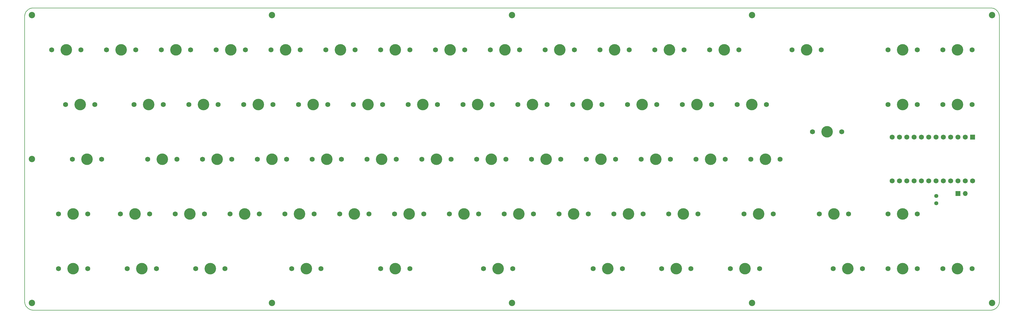
<source format=gts>
G04 #@! TF.GenerationSoftware,KiCad,Pcbnew,(6.0.2-0)*
G04 #@! TF.CreationDate,2022-03-14T13:33:38+01:00*
G04 #@! TF.ProjectId,lasercut,6c617365-7263-4757-942e-6b696361645f,rev?*
G04 #@! TF.SameCoordinates,Original*
G04 #@! TF.FileFunction,Soldermask,Top*
G04 #@! TF.FilePolarity,Negative*
%FSLAX46Y46*%
G04 Gerber Fmt 4.6, Leading zero omitted, Abs format (unit mm)*
G04 Created by KiCad (PCBNEW (6.0.2-0)) date 2022-03-14 13:33:38*
%MOMM*%
%LPD*%
G01*
G04 APERTURE LIST*
G04 #@! TA.AperFunction,Profile*
%ADD10C,0.200000*%
G04 #@! TD*
%ADD11C,1.400000*%
%ADD12R,1.700000X1.700000*%
%ADD13O,1.700000X1.700000*%
%ADD14C,1.750000*%
%ADD15C,4.000000*%
%ADD16C,2.200000*%
%ADD17C,1.752600*%
%ADD18R,1.752600X1.752600*%
G04 APERTURE END LIST*
D10*
X356581000Y-125053620D02*
X356354000Y-125117010D01*
X22805240Y-125190040D02*
X22570990Y-125163860D01*
X358646000Y-122435340D02*
X358617000Y-122669620D01*
X357015000Y-124873100D02*
X356802000Y-124970930D01*
X20050540Y-122435340D02*
X20039530Y-122199680D01*
X356354000Y-125117010D02*
X356122000Y-125163860D01*
X358571000Y-122899730D02*
X358506000Y-123127100D01*
X358617000Y-122669620D02*
X358571000Y-122899730D01*
X23040890Y-19947690D02*
X355654000Y-19949690D01*
X358327000Y-21587690D02*
X358426000Y-21799690D01*
X358506000Y-123127100D02*
X358426000Y-123348960D01*
X20123600Y-122899730D02*
X20076710Y-122669620D01*
X21891610Y-20177690D02*
X22113480Y-20095690D01*
X358617000Y-22479690D02*
X358646000Y-22713690D01*
X358327000Y-123561190D02*
X358212000Y-123767880D01*
X20040910Y-22949690D02*
X20050540Y-22713690D01*
X22339470Y-20031690D02*
X22570990Y-19984690D01*
X357221000Y-20391690D02*
X357416000Y-20520690D01*
X20483260Y-123767880D02*
X20367510Y-123561190D01*
X356802000Y-20177690D02*
X357015000Y-20275690D01*
X20076710Y-122669620D02*
X20050540Y-122435340D01*
X355890000Y-19958690D02*
X356122000Y-19984690D01*
X20186960Y-22021690D02*
X20269650Y-21799690D01*
X358212000Y-21380690D02*
X358327000Y-21587690D01*
X22570990Y-125163860D02*
X22339470Y-125117010D01*
X20612800Y-123963570D02*
X20483260Y-123767880D01*
X357221000Y-124757320D02*
X357015000Y-124873100D01*
X20269650Y-21799690D02*
X20367510Y-21587690D01*
X20918720Y-124321890D02*
X20758850Y-124148250D01*
X358571000Y-22247690D02*
X358617000Y-22479690D01*
X20612800Y-21185690D02*
X20758850Y-21000690D01*
X20269650Y-123348960D02*
X20186960Y-123127100D01*
X21092360Y-124481730D02*
X20918720Y-124321890D01*
X356581000Y-20095690D02*
X356802000Y-20177690D01*
X358212000Y-123767880D02*
X358080000Y-123963570D01*
X20050540Y-22713690D02*
X20076710Y-22479690D01*
X20918720Y-20826690D02*
X21092360Y-20667690D01*
X358654000Y-122199680D02*
X358646000Y-122435340D01*
X22113480Y-20095690D02*
X22339470Y-20031690D01*
X357934000Y-21000690D02*
X358080000Y-21185690D01*
X20758850Y-21000690D02*
X20918720Y-20826690D01*
X358654000Y-22949690D02*
X358654000Y-122199680D01*
X356354000Y-20031690D02*
X356581000Y-20095690D01*
X21277010Y-124627780D02*
X21092360Y-124481730D01*
X21277010Y-20520690D02*
X21472690Y-20391690D01*
X21891610Y-124970930D02*
X21679380Y-124873100D01*
X20186960Y-123127100D02*
X20123600Y-122899730D01*
X20758850Y-124148250D02*
X20612800Y-123963570D01*
X20039530Y-122199680D02*
X20040910Y-22949690D01*
X358426000Y-123348960D02*
X358327000Y-123561190D01*
X357602000Y-20667690D02*
X357775000Y-20826690D01*
X23040890Y-125199670D02*
X22805240Y-125190040D01*
X356122000Y-19984690D02*
X356354000Y-20031690D01*
X21472690Y-124757320D02*
X21277010Y-124627780D01*
X358080000Y-21185690D02*
X358212000Y-21380690D01*
X20367510Y-123561190D02*
X20269650Y-123348960D01*
X357416000Y-124627780D02*
X357221000Y-124757320D01*
X355654000Y-125199670D02*
X23040890Y-125199670D01*
X356802000Y-124970930D02*
X356581000Y-125053620D01*
X356122000Y-125163860D02*
X355890000Y-125190040D01*
X355890000Y-125190040D02*
X355654000Y-125199670D01*
X22113480Y-125053620D02*
X21891610Y-124970930D01*
X357602000Y-124481730D02*
X357416000Y-124627780D01*
X20076710Y-22479690D02*
X20123600Y-22247690D01*
X21472690Y-20391690D02*
X21679380Y-20275690D01*
X20483260Y-21380690D02*
X20612800Y-21185690D01*
X357775000Y-124321890D02*
X357602000Y-124481730D01*
X21092360Y-20667690D02*
X21277010Y-20520690D01*
X21679380Y-20275690D02*
X21891610Y-20177690D01*
X22570990Y-19984690D02*
X22805240Y-19958690D01*
X357416000Y-20520690D02*
X357602000Y-20667690D01*
X22339470Y-125117010D02*
X22113480Y-125053620D01*
X357015000Y-20275690D02*
X357221000Y-20391690D01*
X357775000Y-20826690D02*
X357934000Y-21000690D01*
X358426000Y-21799690D02*
X358506000Y-22021690D01*
X22805240Y-19958690D02*
X23040890Y-19947690D01*
X355654000Y-19949690D02*
X355890000Y-19958690D01*
X20367510Y-21587690D02*
X20483260Y-21380690D01*
X21679380Y-124873100D02*
X21472690Y-124757320D01*
X357934000Y-124148250D02*
X357775000Y-124321890D01*
X358080000Y-123963570D02*
X357934000Y-124148250D01*
X20123600Y-22247690D02*
X20186960Y-22021690D01*
X358646000Y-22713690D02*
X358654000Y-22949690D01*
X358506000Y-22021690D02*
X358571000Y-22247690D01*
D11*
X336800000Y-88000000D03*
X336800000Y-85460000D03*
D12*
X344260000Y-84600000D03*
D13*
X346800000Y-84600000D03*
D14*
X219945000Y-34525000D03*
X230105000Y-34525000D03*
D15*
X225025000Y-34525000D03*
D14*
X129457500Y-91675000D03*
D15*
X134537500Y-91675000D03*
D14*
X139617500Y-91675000D03*
X36588750Y-72625000D03*
D15*
X41668750Y-72625000D03*
D14*
X46748750Y-72625000D03*
X77070000Y-53575000D03*
D15*
X82150000Y-53575000D03*
D14*
X87230000Y-53575000D03*
X72942500Y-72625000D03*
X62782500Y-72625000D03*
D15*
X67862500Y-72625000D03*
D14*
X55638750Y-110725000D03*
D15*
X60718750Y-110725000D03*
D14*
X65798750Y-110725000D03*
X153905000Y-34525000D03*
D15*
X148825000Y-34525000D03*
D14*
X143745000Y-34525000D03*
X100882500Y-72625000D03*
D15*
X105962500Y-72625000D03*
D14*
X111042500Y-72625000D03*
D15*
X272650000Y-53575000D03*
D14*
X267570000Y-53575000D03*
X277730000Y-53575000D03*
X168192500Y-72625000D03*
X158032500Y-72625000D03*
D15*
X163112500Y-72625000D03*
X344087500Y-53575000D03*
D14*
X349167500Y-53575000D03*
X339007500Y-53575000D03*
X153905000Y-110725000D03*
D15*
X148825000Y-110725000D03*
D14*
X143745000Y-110725000D03*
D15*
X153587500Y-91675000D03*
D14*
X148507500Y-91675000D03*
X158667500Y-91675000D03*
X82467500Y-91675000D03*
X72307500Y-91675000D03*
D15*
X77387500Y-91675000D03*
D14*
X234232500Y-72625000D03*
D15*
X239312500Y-72625000D03*
D14*
X244392500Y-72625000D03*
D15*
X325037500Y-110725000D03*
D14*
X330117500Y-110725000D03*
X319957500Y-110725000D03*
D16*
X189350000Y-122700000D03*
D14*
X196767500Y-91675000D03*
D15*
X191687500Y-91675000D03*
D14*
X186607500Y-91675000D03*
D15*
X139300000Y-53575000D03*
D14*
X134220000Y-53575000D03*
X144380000Y-53575000D03*
X253282500Y-72625000D03*
D15*
X258362500Y-72625000D03*
D14*
X263442500Y-72625000D03*
X339007500Y-34525000D03*
X349167500Y-34525000D03*
D15*
X344087500Y-34525000D03*
D14*
X296780000Y-34525000D03*
X286620000Y-34525000D03*
D15*
X291700000Y-34525000D03*
D14*
X105645000Y-34525000D03*
X115805000Y-34525000D03*
D15*
X110725000Y-34525000D03*
D16*
X272750000Y-22450000D03*
D14*
X330117500Y-53575000D03*
D15*
X325037500Y-53575000D03*
D14*
X319957500Y-53575000D03*
D15*
X91675000Y-34525000D03*
D14*
X96755000Y-34525000D03*
X86595000Y-34525000D03*
X177082500Y-72625000D03*
X187242500Y-72625000D03*
D15*
X182162500Y-72625000D03*
D14*
X177717500Y-91675000D03*
D15*
X172637500Y-91675000D03*
D14*
X167557500Y-91675000D03*
X258680000Y-53575000D03*
X248520000Y-53575000D03*
D15*
X253600000Y-53575000D03*
X86912500Y-72625000D03*
D14*
X91992500Y-72625000D03*
X81832500Y-72625000D03*
X163430000Y-53575000D03*
D15*
X158350000Y-53575000D03*
D14*
X153270000Y-53575000D03*
X134855000Y-34525000D03*
D15*
X129775000Y-34525000D03*
D14*
X124695000Y-34525000D03*
X179463750Y-110725000D03*
X189623750Y-110725000D03*
D15*
X184543750Y-110725000D03*
D14*
X234867500Y-91675000D03*
X224707500Y-91675000D03*
D15*
X229787500Y-91675000D03*
D16*
X105950000Y-22450000D03*
D14*
X120567500Y-91675000D03*
X110407500Y-91675000D03*
D15*
X115487500Y-91675000D03*
D14*
X31826250Y-91675000D03*
D15*
X36906250Y-91675000D03*
D14*
X41986250Y-91675000D03*
D15*
X344087500Y-110725000D03*
D14*
X349167500Y-110725000D03*
X339007500Y-110725000D03*
X41986250Y-110725000D03*
D15*
X36906250Y-110725000D03*
D14*
X31826250Y-110725000D03*
X293763750Y-63100000D03*
D15*
X298843750Y-63100000D03*
D14*
X303923750Y-63100000D03*
D16*
X105950000Y-122700000D03*
X22550000Y-72575000D03*
D15*
X53575000Y-34525000D03*
D14*
X48495000Y-34525000D03*
X58655000Y-34525000D03*
D16*
X22550000Y-122700000D03*
D14*
X215182500Y-72625000D03*
X225342500Y-72625000D03*
D15*
X220262500Y-72625000D03*
D14*
X53257500Y-91675000D03*
X63417500Y-91675000D03*
D15*
X58337500Y-91675000D03*
D14*
X268205000Y-34525000D03*
X258045000Y-34525000D03*
D15*
X263125000Y-34525000D03*
X305987500Y-110725000D03*
D14*
X311067500Y-110725000D03*
X300907500Y-110725000D03*
X272332500Y-72625000D03*
D15*
X277412500Y-72625000D03*
D14*
X282492500Y-72625000D03*
D15*
X201212500Y-72625000D03*
D14*
X206292500Y-72625000D03*
X196132500Y-72625000D03*
D15*
X270268750Y-110725000D03*
D14*
X265188750Y-110725000D03*
X275348750Y-110725000D03*
D15*
X39287500Y-53575000D03*
D14*
X34207500Y-53575000D03*
X44367500Y-53575000D03*
D16*
X272750000Y-122700000D03*
D15*
X222643750Y-110725000D03*
D14*
X217563750Y-110725000D03*
X227723750Y-110725000D03*
D15*
X248837500Y-91675000D03*
D14*
X253917500Y-91675000D03*
X243757500Y-91675000D03*
X251536250Y-110725000D03*
D15*
X246456250Y-110725000D03*
D14*
X241376250Y-110725000D03*
X280111250Y-91675000D03*
D15*
X275031250Y-91675000D03*
D14*
X269951250Y-91675000D03*
X306305000Y-91675000D03*
D15*
X301225000Y-91675000D03*
D14*
X296145000Y-91675000D03*
X138982500Y-72625000D03*
X149142500Y-72625000D03*
D15*
X144062500Y-72625000D03*
D14*
X130092500Y-72625000D03*
X119932500Y-72625000D03*
D15*
X125012500Y-72625000D03*
D16*
X356150000Y-22450000D03*
X22550000Y-22450000D03*
X189350000Y-22450000D03*
D14*
X106280000Y-53575000D03*
X96120000Y-53575000D03*
D15*
X101200000Y-53575000D03*
D14*
X192005000Y-34525000D03*
D15*
X186925000Y-34525000D03*
D14*
X181845000Y-34525000D03*
D15*
X234550000Y-53575000D03*
D14*
X239630000Y-53575000D03*
X229470000Y-53575000D03*
X29445000Y-34525000D03*
D15*
X34525000Y-34525000D03*
D14*
X39605000Y-34525000D03*
X210420000Y-53575000D03*
X220580000Y-53575000D03*
D15*
X215500000Y-53575000D03*
D14*
X211055000Y-34525000D03*
D15*
X205975000Y-34525000D03*
D14*
X200895000Y-34525000D03*
D15*
X244075000Y-34525000D03*
D14*
X249155000Y-34525000D03*
X238995000Y-34525000D03*
X125330000Y-53575000D03*
D15*
X120250000Y-53575000D03*
D14*
X115170000Y-53575000D03*
X101517500Y-91675000D03*
X91357500Y-91675000D03*
D15*
X96437500Y-91675000D03*
D14*
X330117500Y-34525000D03*
X319957500Y-34525000D03*
D15*
X325037500Y-34525000D03*
D14*
X89611250Y-110725000D03*
X79451250Y-110725000D03*
D15*
X84531250Y-110725000D03*
D14*
X162795000Y-34525000D03*
D15*
X167875000Y-34525000D03*
D14*
X172955000Y-34525000D03*
D15*
X325037500Y-91675000D03*
D14*
X330117500Y-91675000D03*
X319957500Y-91675000D03*
X172320000Y-53575000D03*
X182480000Y-53575000D03*
D15*
X177400000Y-53575000D03*
D14*
X215817500Y-91675000D03*
X205657500Y-91675000D03*
D15*
X210737500Y-91675000D03*
D17*
X349370000Y-80220000D03*
X346830000Y-80220000D03*
X344290000Y-80220000D03*
X341750000Y-80220000D03*
X339210000Y-80220000D03*
X336670000Y-80220000D03*
X334130000Y-80220000D03*
X331590000Y-80220000D03*
X329050000Y-80220000D03*
X326510000Y-80220000D03*
X323970000Y-80220000D03*
X321430000Y-80220000D03*
X321430000Y-64980000D03*
X323970000Y-64980000D03*
X326510000Y-64980000D03*
X329050000Y-64980000D03*
X331590000Y-64980000D03*
X334130000Y-64980000D03*
X336670000Y-64980000D03*
X339210000Y-64980000D03*
X341750000Y-64980000D03*
X344290000Y-64980000D03*
X346830000Y-64980000D03*
D18*
X349370000Y-64980000D03*
D14*
X122948750Y-110725000D03*
D15*
X117868750Y-110725000D03*
D14*
X112788750Y-110725000D03*
X191370000Y-53575000D03*
D15*
X196450000Y-53575000D03*
D14*
X201530000Y-53575000D03*
D16*
X356150000Y-122700000D03*
D14*
X58020000Y-53575000D03*
D15*
X63100000Y-53575000D03*
D14*
X68180000Y-53575000D03*
D15*
X72625000Y-34525000D03*
D14*
X77705000Y-34525000D03*
X67545000Y-34525000D03*
M02*

</source>
